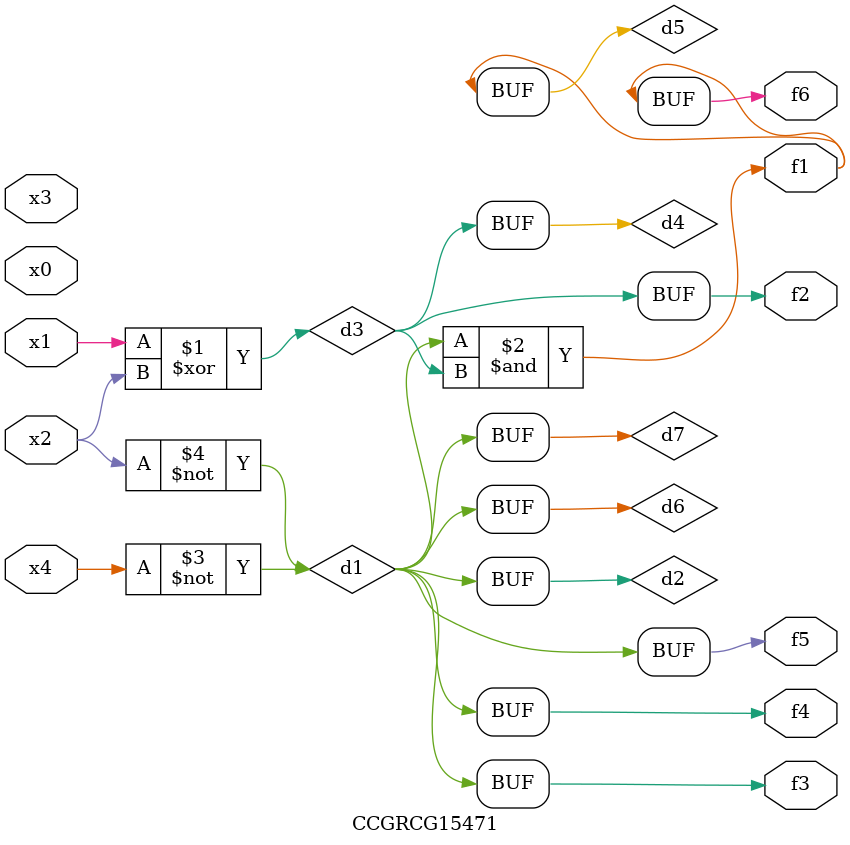
<source format=v>
module CCGRCG15471(
	input x0, x1, x2, x3, x4,
	output f1, f2, f3, f4, f5, f6
);

	wire d1, d2, d3, d4, d5, d6, d7;

	not (d1, x4);
	not (d2, x2);
	xor (d3, x1, x2);
	buf (d4, d3);
	and (d5, d1, d3);
	buf (d6, d1, d2);
	buf (d7, d2);
	assign f1 = d5;
	assign f2 = d4;
	assign f3 = d7;
	assign f4 = d7;
	assign f5 = d7;
	assign f6 = d5;
endmodule

</source>
